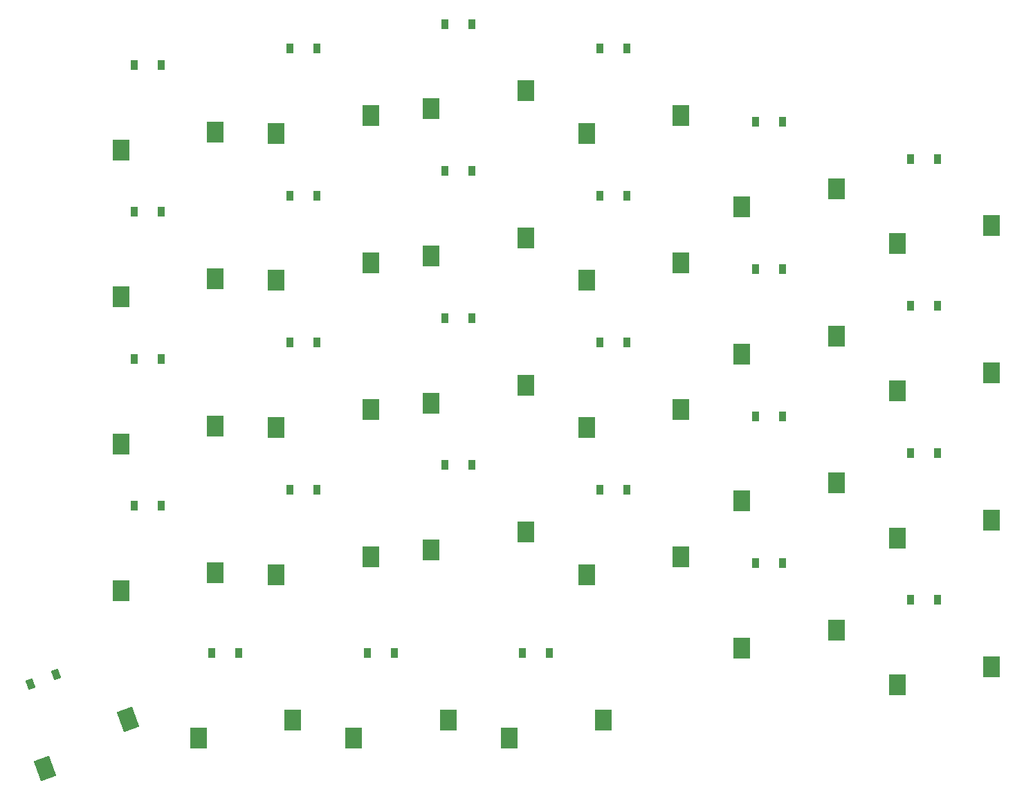
<source format=gbr>
%TF.GenerationSoftware,KiCad,Pcbnew,(6.0.10-0)*%
%TF.CreationDate,2023-01-25T23:07:09+08:00*%
%TF.ProjectId,V4,56342e6b-6963-4616-945f-706362585858,rev?*%
%TF.SameCoordinates,Original*%
%TF.FileFunction,Paste,Top*%
%TF.FilePolarity,Positive*%
%FSLAX46Y46*%
G04 Gerber Fmt 4.6, Leading zero omitted, Abs format (unit mm)*
G04 Created by KiCad (PCBNEW (6.0.10-0)) date 2023-01-25 23:07:09*
%MOMM*%
%LPD*%
G01*
G04 APERTURE LIST*
G04 Aperture macros list*
%AMRotRect*
0 Rectangle, with rotation*
0 The origin of the aperture is its center*
0 $1 length*
0 $2 width*
0 $3 Rotation angle, in degrees counterclockwise*
0 Add horizontal line*
21,1,$1,$2,0,0,$3*%
G04 Aperture macros list end*
%ADD10R,2.000000X2.600000*%
%ADD11R,0.900000X1.200000*%
%ADD12RotRect,0.900000X1.200000X20.000000*%
%ADD13RotRect,2.000000X2.600000X200.000000*%
G04 APERTURE END LIST*
D10*
%TO.C,SW51*%
X207755000Y-138700000D03*
X196198000Y-140900000D03*
%TD*%
D11*
%TO.C,D27*%
X207350000Y-92500000D03*
X210650000Y-92500000D03*
%TD*%
D10*
%TO.C,SW15*%
X205698000Y-84900000D03*
X217255000Y-82700000D03*
%TD*%
D11*
%TO.C,D15*%
X207350000Y-74500000D03*
X210650000Y-74500000D03*
%TD*%
%TO.C,D37*%
X245350000Y-124000000D03*
X248650000Y-124000000D03*
%TD*%
%TO.C,D52*%
X178850000Y-130500000D03*
X182150000Y-130500000D03*
%TD*%
D10*
%TO.C,SW26*%
X236255000Y-109700000D03*
X224698000Y-111900000D03*
%TD*%
%TO.C,SW38*%
X236255000Y-127700000D03*
X224698000Y-129900000D03*
%TD*%
D12*
%TO.C,D54*%
X137649507Y-134264333D03*
X140750493Y-133135667D03*
%TD*%
D10*
%TO.C,SW27*%
X217255000Y-100700000D03*
X205698000Y-102900000D03*
%TD*%
D11*
%TO.C,D53*%
X159850000Y-130500000D03*
X163150000Y-130500000D03*
%TD*%
%TO.C,D39*%
X207350000Y-110500000D03*
X210650000Y-110500000D03*
%TD*%
D10*
%TO.C,SW52*%
X188755000Y-138700000D03*
X177198000Y-140900000D03*
%TD*%
D11*
%TO.C,D42*%
X150350000Y-112500000D03*
X153650000Y-112500000D03*
%TD*%
D10*
%TO.C,SW13*%
X255255000Y-96200000D03*
X243698000Y-98400000D03*
%TD*%
D11*
%TO.C,D13*%
X245350000Y-88000000D03*
X248650000Y-88000000D03*
%TD*%
D10*
%TO.C,SW42*%
X160255000Y-120700000D03*
X148698000Y-122900000D03*
%TD*%
%TO.C,SW14*%
X224698000Y-93900000D03*
X236255000Y-91700000D03*
%TD*%
D11*
%TO.C,D26*%
X226350000Y-101500000D03*
X229650000Y-101500000D03*
%TD*%
D10*
%TO.C,SW53*%
X169754996Y-138700000D03*
X158197996Y-140900000D03*
%TD*%
%TO.C,SW40*%
X198255000Y-115700000D03*
X186698000Y-117900000D03*
%TD*%
%TO.C,SW41*%
X179255000Y-118700000D03*
X167698000Y-120900000D03*
%TD*%
D11*
%TO.C,D14*%
X229650000Y-83500000D03*
X226350000Y-83500000D03*
%TD*%
D10*
%TO.C,SW39*%
X217255000Y-118700000D03*
X205698000Y-120900000D03*
%TD*%
D11*
%TO.C,D40*%
X188350000Y-107500000D03*
X191650000Y-107500000D03*
%TD*%
%TO.C,D51*%
X197850000Y-130500000D03*
X201150000Y-130500000D03*
%TD*%
D10*
%TO.C,SW25*%
X255255000Y-114200000D03*
X243698000Y-116400000D03*
%TD*%
D11*
%TO.C,D25*%
X245350000Y-106000000D03*
X248650000Y-106000000D03*
%TD*%
D13*
%TO.C,SW54*%
X149552637Y-138617486D03*
X139445054Y-144637537D03*
%TD*%
D10*
%TO.C,SW37*%
X255255000Y-132200000D03*
X243698000Y-134400000D03*
%TD*%
D11*
%TO.C,D38*%
X226350000Y-119500000D03*
X229650000Y-119500000D03*
%TD*%
%TO.C,D41*%
X169350000Y-110500000D03*
X172650000Y-110500000D03*
%TD*%
D10*
%TO.C,SW17*%
X179255000Y-82700000D03*
X167698000Y-84900000D03*
%TD*%
%TO.C,SW29*%
X179255000Y-100700000D03*
X167698000Y-102900000D03*
%TD*%
D11*
%TO.C,D18*%
X150350000Y-76500000D03*
X153650000Y-76500000D03*
%TD*%
%TO.C,D1*%
X245350000Y-70000000D03*
X248650000Y-70000000D03*
%TD*%
%TO.C,D2*%
X226350000Y-65500000D03*
X229650000Y-65500000D03*
%TD*%
D10*
%TO.C,SW3*%
X217255000Y-64700000D03*
X205698000Y-66900000D03*
%TD*%
D11*
%TO.C,D16*%
X188350000Y-71500000D03*
X191650000Y-71500000D03*
%TD*%
D10*
%TO.C,SW4*%
X198255000Y-61700003D03*
X186698000Y-63900003D03*
%TD*%
D11*
%TO.C,D4*%
X188350000Y-53500000D03*
X191650000Y-53500000D03*
%TD*%
%TO.C,D3*%
X207350000Y-56500000D03*
X210650000Y-56500000D03*
%TD*%
%TO.C,D30*%
X150350000Y-94500000D03*
X153650000Y-94500000D03*
%TD*%
%TO.C,D28*%
X188350000Y-89500000D03*
X191650000Y-89500000D03*
%TD*%
%TO.C,D6*%
X150350000Y-58500000D03*
X153650000Y-58500000D03*
%TD*%
D10*
%TO.C,SW5*%
X179255000Y-64699998D03*
X167698000Y-66899998D03*
%TD*%
%TO.C,SW28*%
X198255000Y-97700000D03*
X186698000Y-99900000D03*
%TD*%
%TO.C,SW1*%
X243698000Y-80400000D03*
X255255000Y-78200000D03*
%TD*%
%TO.C,SW30*%
X160255000Y-102700000D03*
X148698000Y-104900000D03*
%TD*%
%TO.C,SW18*%
X160255000Y-84700000D03*
X148698000Y-86900000D03*
%TD*%
D11*
%TO.C,D17*%
X169350000Y-74500000D03*
X172650000Y-74500000D03*
%TD*%
D10*
%TO.C,SW6*%
X160255000Y-66700000D03*
X148698000Y-68900000D03*
%TD*%
%TO.C,SW2*%
X236255000Y-73700000D03*
X224698000Y-75900000D03*
%TD*%
D11*
%TO.C,D29*%
X169350000Y-92500000D03*
X172650000Y-92500000D03*
%TD*%
%TO.C,D5*%
X169350000Y-56499998D03*
X172650000Y-56499998D03*
%TD*%
D10*
%TO.C,SW16*%
X198255000Y-79700000D03*
X186698000Y-81900000D03*
%TD*%
M02*

</source>
